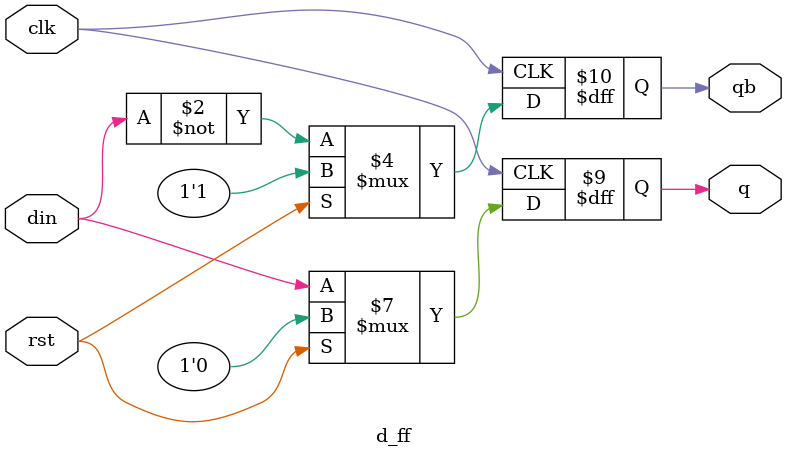
<source format=v>
`timescale 1ns / 1ps
module sipo(q,qb,din,clk,rst);
output [3:0]q,qb;
input din;
input clk;
input rst;

d_ff d1(q[0],qb[0],din,clk,rst);
d_ff d2(q[1],qb[1],q[0],clk,rst);
d_ff d3(q[2],qb[2],q[1],clk,rst);
d_ff d4(q[3],qb[3],q[2],clk,rst);
endmodule

module d_ff(q,qb,din,clk,rst);
output reg q;
output reg qb;
input din,clk,rst;
always @(posedge clk)
if(rst)
begin
q<=0;
qb<=1;
end
else
begin
q<=din;
qb<=~din;
end
endmodule

</source>
